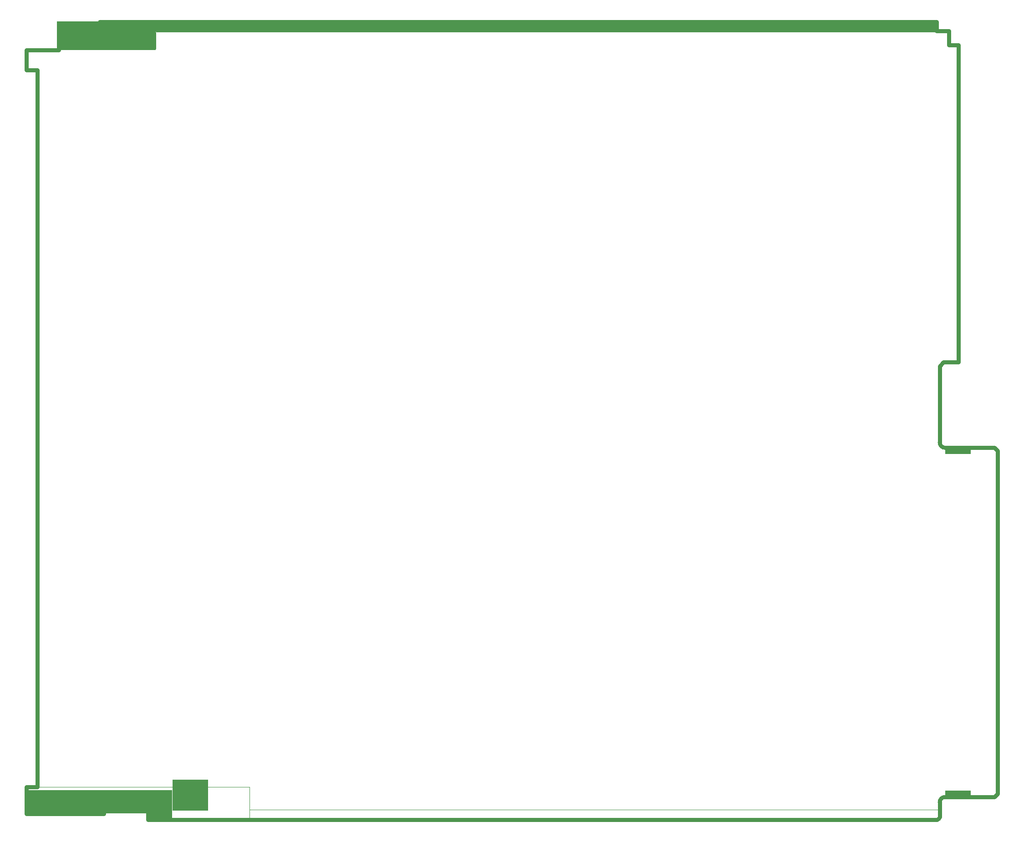
<source format=gko>
%FSLAX44Y44*%
%MOMM*%
G71*
G01*
G75*
G04 Layer_Color=16711935*
%ADD10C,0.2032*%
%ADD11C,0.2540*%
%ADD12C,0.4572*%
%ADD13C,0.4000*%
%ADD14C,0.3048*%
%ADD15C,0.1300*%
%ADD16C,0.1600*%
%ADD17C,0.1016*%
%ADD18C,0.1750*%
%ADD19C,0.1524*%
%ADD20C,0.1750*%
%ADD21C,0.1500*%
%ADD22C,0.3810*%
%ADD23C,0.6350*%
%ADD24C,0.4064*%
%ADD25C,0.5080*%
%ADD26C,0.5000*%
%ADD27C,0.6604*%
%ADD28C,0.1727*%
%ADD29C,0.7620*%
%ADD30R,1.2500X1.3500*%
%ADD31R,1.1000X0.9000*%
%ADD32R,1.8000X2.0000*%
%ADD33R,0.7000X0.8000*%
%ADD34R,0.4000X0.4000*%
%ADD35R,1.2700X0.9144*%
%ADD36R,0.9144X0.9144*%
%ADD37O,0.6096X2.0320*%
%ADD38R,0.6500X1.0500*%
%ADD39R,0.9144X1.2700*%
%ADD40R,0.9144X0.9144*%
%ADD41R,0.6500X0.5000*%
%ADD42R,0.8000X1.0000*%
%ADD43R,0.4500X0.4000*%
%ADD44R,1.8000X1.1500*%
%ADD45R,0.4000X0.4500*%
%ADD46R,1.0000X0.9000*%
%ADD47R,0.9000X1.0000*%
%ADD48R,3.1800X2.0300*%
%ADD49R,1.4000X0.7600*%
%ADD50R,0.6000X0.6000*%
%ADD51R,0.6000X0.6000*%
%ADD52R,3.2000X1.4000*%
%ADD53R,0.6200X0.6200*%
%ADD54R,0.9500X1.0000*%
%ADD55R,1.1500X1.8000*%
%ADD56R,1.8000X1.1500*%
%ADD57R,2.3500X2.5000*%
%ADD58R,2.7000X1.1500*%
%ADD59R,1.1500X1.8000*%
%ADD60R,1.1500X2.7000*%
%ADD61C,1.2000*%
%ADD62R,1.7000X2.4000*%
%ADD63R,0.6000X0.6200*%
%ADD64R,0.6200X0.6200*%
%ADD65R,1.3000X1.5450*%
%ADD66R,2.1500X1.7000*%
%ADD67R,1.1500X1.4500*%
%ADD68R,1.0000X0.9500*%
%ADD69P,0.8485X4X90.0*%
%ADD70R,2.0000X4.0000*%
G04:AMPARAMS|DCode=71|XSize=0.45mm|YSize=0.4mm|CornerRadius=0mm|HoleSize=0mm|Usage=FLASHONLY|Rotation=315.000|XOffset=0mm|YOffset=0mm|HoleType=Round|Shape=Rectangle|*
%AMROTATEDRECTD71*
4,1,4,-0.3005,0.0177,-0.0177,0.3005,0.3005,-0.0177,0.0177,-0.3005,-0.3005,0.0177,0.0*
%
%ADD71ROTATEDRECTD71*%

%ADD72R,0.9500X0.9500*%
%ADD73P,6.4944X8X202.5*%
%ADD74R,1.7780X2.0320*%
%ADD75R,1.7000X0.4800*%
%ADD76R,1.2000X0.4800*%
%ADD77R,3.1000X0.4800*%
%ADD78R,1.3250X0.4800*%
%ADD79R,1.5750X0.4800*%
%ADD80R,1.0500X1.4000*%
%ADD81R,0.8000X0.6000*%
%ADD82R,1.5000X3.5000*%
%ADD83R,0.6200X0.6000*%
%ADD84R,1.0000X0.8500*%
%ADD85R,0.8500X1.0000*%
%ADD86C,1.0000*%
%ADD87P,1.4142X4X360.0*%
G04:AMPARAMS|DCode=88|XSize=0.45mm|YSize=0.4mm|CornerRadius=0mm|HoleSize=0mm|Usage=FLASHONLY|Rotation=225.000|XOffset=0mm|YOffset=0mm|HoleType=Round|Shape=Rectangle|*
%AMROTATEDRECTD88*
4,1,4,0.0177,0.3005,0.3005,0.0177,-0.0177,-0.3005,-0.3005,-0.0177,0.0177,0.3005,0.0*
%
%ADD88ROTATEDRECTD88*%

G04:AMPARAMS|DCode=89|XSize=0.45mm|YSize=0.4mm|CornerRadius=0mm|HoleSize=0mm|Usage=FLASHONLY|Rotation=80.000|XOffset=0mm|YOffset=0mm|HoleType=Round|Shape=Rectangle|*
%AMROTATEDRECTD89*
4,1,4,0.1579,-0.2563,-0.2360,-0.1868,-0.1579,0.2563,0.2360,0.1868,0.1579,-0.2563,0.0*
%
%ADD89ROTATEDRECTD89*%

G04:AMPARAMS|DCode=90|XSize=0.45mm|YSize=0.4mm|CornerRadius=0mm|HoleSize=0mm|Usage=FLASHONLY|Rotation=290.000|XOffset=0mm|YOffset=0mm|HoleType=Round|Shape=Rectangle|*
%AMROTATEDRECTD90*
4,1,4,-0.2649,0.1430,0.1110,0.2798,0.2649,-0.1430,-0.1110,-0.2798,-0.2649,0.1430,0.0*
%
%ADD90ROTATEDRECTD90*%

%ADD91R,1.9000X1.3000*%
G04:AMPARAMS|DCode=92|XSize=1mm|YSize=0.95mm|CornerRadius=0mm|HoleSize=0mm|Usage=FLASHONLY|Rotation=135.000|XOffset=0mm|YOffset=0mm|HoleType=Round|Shape=Rectangle|*
%AMROTATEDRECTD92*
4,1,4,0.6894,-0.0177,0.0177,-0.6894,-0.6894,0.0177,-0.0177,0.6894,0.6894,-0.0177,0.0*
%
%ADD92ROTATEDRECTD92*%

%ADD93R,0.9500X1.0000*%
%ADD94R,2.0300X3.1800*%
%ADD95R,0.7600X1.4000*%
%ADD96P,0.8485X4X360.0*%
G04:AMPARAMS|DCode=97|XSize=0.95mm|YSize=1mm|CornerRadius=0mm|HoleSize=0mm|Usage=FLASHONLY|Rotation=315.000|XOffset=0mm|YOffset=0mm|HoleType=Round|Shape=Rectangle|*
%AMROTATEDRECTD97*
4,1,4,-0.6894,-0.0177,0.0177,0.6894,0.6894,0.0177,-0.0177,-0.6894,-0.6894,-0.0177,0.0*
%
%ADD97ROTATEDRECTD97*%

%ADD98R,0.6000X0.8000*%
G04:AMPARAMS|DCode=99|XSize=0.95mm|YSize=1mm|CornerRadius=0mm|HoleSize=0mm|Usage=FLASHONLY|Rotation=225.000|XOffset=0mm|YOffset=0mm|HoleType=Round|Shape=Rectangle|*
%AMROTATEDRECTD99*
4,1,4,-0.0177,0.6894,0.6894,-0.0177,0.0177,-0.6894,-0.6894,0.0177,-0.0177,0.6894,0.0*
%
%ADD99ROTATEDRECTD99*%

%ADD100C,0.5000*%
%ADD101R,1.5000X1.5000*%
%ADD102R,1.5000X1.5000*%
%ADD103P,2.1213X4X180.0*%
%ADD104R,2.0000X0.6000*%
%ADD105R,4.8000X6.4000*%
%ADD106R,0.5500X1.0000*%
%ADD107R,1.4500X1.1500*%
%ADD108R,0.3000X1.5000*%
%ADD109R,1.5000X0.3000*%
%ADD110O,1.5000X0.3000*%
%ADD111R,0.4500X1.5000*%
%ADD112R,1.1000X0.6000*%
%ADD113O,0.9000X0.3000*%
%ADD114O,0.3000X0.9000*%
%ADD115R,3.5500X3.5500*%
%ADD116R,1.0160X0.2500*%
%ADD117R,0.2500X1.0160*%
%ADD118O,0.2500X1.0160*%
%ADD119R,1.0500X0.6000*%
%ADD120O,2.0320X0.6096*%
%ADD121R,6.5000X6.5000*%
%ADD122O,0.3000X1.5000*%
%ADD123R,4.8000X5.1600*%
G04:AMPARAMS|DCode=124|XSize=0.6mm|YSize=1.55mm|CornerRadius=0mm|HoleSize=0mm|Usage=FLASHONLY|Rotation=225.000|XOffset=0mm|YOffset=0mm|HoleType=Round|Shape=Rectangle|*
%AMROTATEDRECTD124*
4,1,4,-0.3359,0.7601,0.7601,-0.3359,0.3359,-0.7601,-0.7601,0.3359,-0.3359,0.7601,0.0*
%
%ADD124ROTATEDRECTD124*%

%ADD125O,1.5000X0.2700*%
%ADD126R,1.5000X0.2700*%
%ADD127R,0.7000X0.2500*%
%ADD128R,0.2500X0.7000*%
%ADD129R,4.2000X4.2000*%
%ADD130O,1.0000X0.3000*%
%ADD131R,1.0000X0.3000*%
%ADD132R,0.6000X1.0500*%
%ADD133R,1.5000X0.4500*%
%ADD134R,0.4500X0.3000*%
%ADD135O,1.5500X0.4500*%
%ADD136R,2.3000X4.3000*%
%ADD137O,0.3000X0.8000*%
%ADD138O,0.8000X0.3000*%
%ADD139R,0.3000X0.8500*%
%ADD140R,2.5000X1.7500*%
%ADD141R,1.7780X0.4064*%
%ADD142R,1.3000X1.0000*%
%ADD143R,1.3000X0.6000*%
%ADD144O,1.0500X0.3000*%
%ADD145O,0.3000X1.0500*%
%ADD146R,3.3500X3.3500*%
%ADD147R,1.6000X3.4000*%
%ADD148R,3.4000X1.6000*%
%ADD149R,0.3000X1.0000*%
%ADD150R,0.7620X0.7620*%
%ADD151R,0.7620X0.7620*%
%ADD152C,0.1270*%
%ADD153C,1.0000*%
%ADD154C,0.3556*%
%ADD155C,0.1778*%
%ADD156R,0.2500X1.1500*%
%ADD157C,2.0000*%
%ADD158C,5.0000*%
%ADD159C,1.5000*%
%ADD160C,1.8000*%
%ADD161C,0.8000*%
%ADD162O,2.7000X1.7000*%
%ADD163O,1.5000X1.0000*%
%ADD164C,0.6000*%
%ADD165C,2.1000*%
%ADD166C,6.0000*%
%ADD167C,3.2000*%
%ADD168O,11.0000X2.0000*%
%ADD169C,0.4000*%
%ADD170C,0.4500*%
%ADD171C,0.4572*%
%ADD172C,1.0160*%
G04:AMPARAMS|DCode=173|XSize=2.8mm|YSize=2.8mm|CornerRadius=0mm|HoleSize=0mm|Usage=FLASHONLY|Rotation=0.000|XOffset=0mm|YOffset=0mm|HoleType=Round|Shape=Relief|Width=0.75mm|Gap=0.25mm|Entries=4|*
%AMTHD173*
7,0,0,2.8000,2.3000,0.7500,45*
%
%ADD173THD173*%
G04:AMPARAMS|DCode=174|XSize=4.2mm|YSize=4.2mm|CornerRadius=0mm|HoleSize=0mm|Usage=FLASHONLY|Rotation=0.000|XOffset=0mm|YOffset=0mm|HoleType=Round|Shape=Relief|Width=0.75mm|Gap=0.25mm|Entries=4|*
%AMTHD174*
7,0,0,4.2000,3.7000,0.7500,45*
%
%ADD174THD174*%
%ADD175C,1.3115*%
G04:AMPARAMS|DCode=176|XSize=2.4mm|YSize=2.4mm|CornerRadius=0mm|HoleSize=0mm|Usage=FLASHONLY|Rotation=0.000|XOffset=0mm|YOffset=0mm|HoleType=Round|Shape=Relief|Width=0.75mm|Gap=0.25mm|Entries=4|*
%AMTHD176*
7,0,0,2.4000,1.9000,0.7500,45*
%
%ADD176THD176*%
%ADD177C,1.2615*%
%ADD178C,1.0615*%
%ADD179C,1.4115*%
G04:AMPARAMS|DCode=180|XSize=2.5mm|YSize=2.5mm|CornerRadius=0mm|HoleSize=0mm|Usage=FLASHONLY|Rotation=0.000|XOffset=0mm|YOffset=0mm|HoleType=Round|Shape=Relief|Width=0.75mm|Gap=0.25mm|Entries=4|*
%AMTHD180*
7,0,0,2.5000,2.0000,0.7500,45*
%
%ADD180THD180*%
%ADD181C,1.7115*%
G04:AMPARAMS|DCode=182|XSize=2mm|YSize=2mm|CornerRadius=0mm|HoleSize=0mm|Usage=FLASHONLY|Rotation=0.000|XOffset=0mm|YOffset=0mm|HoleType=Round|Shape=Relief|Width=0.75mm|Gap=0.25mm|Entries=4|*
%AMTHD182*
7,0,0,2.0000,1.5000,0.7500,45*
%
%ADD182THD182*%
%ADD183C,0.9115*%
%AMTHOVALD184*
21,1,1.2000,2.3000,0,0,180.0*
1,1,2.3000,0.6000,0.0000*
1,1,2.3000,-0.6000,0.0000*
21,0,1.2000,1.8000,0,0,180.0*
1,0,1.8000,0.6000,0.0000*
1,0,1.8000,-0.6000,0.0000*
4,0,4,0.3348,0.2652,1.1480,1.0783,1.6783,0.5480,0.8652,-0.2652,0.3348,0.2652,0.0*
4,0,4,-0.8652,0.2652,-1.6783,-0.5480,-1.1480,-1.0783,-0.3348,-0.2652,-0.8652,0.2652,0.0*
4,0,4,0.8652,0.2652,1.6783,-0.5480,1.1480,-1.0783,0.3348,-0.2652,0.8652,0.2652,0.0*
4,0,4,-0.3348,0.2652,-1.1480,1.0783,-1.6783,0.5480,-0.8652,-0.2652,-0.3348,0.2652,0.0*
%
%ADD184THOVALD184*%

%ADD185C,1.3000*%
%ADD186C,1.1115*%
G04:AMPARAMS|DCode=187|XSize=2.2mm|YSize=2.2mm|CornerRadius=0mm|HoleSize=0mm|Usage=FLASHONLY|Rotation=0.000|XOffset=0mm|YOffset=0mm|HoleType=Round|Shape=Relief|Width=0.75mm|Gap=0.25mm|Entries=4|*
%AMTHD187*
7,0,0,2.2000,1.7000,0.7500,45*
%
%ADD187THD187*%
%ADD188C,1.8115*%
G04:AMPARAMS|DCode=189|XSize=2.9mm|YSize=2.9mm|CornerRadius=0mm|HoleSize=0mm|Usage=FLASHONLY|Rotation=0.000|XOffset=0mm|YOffset=0mm|HoleType=Round|Shape=Relief|Width=0.75mm|Gap=0.25mm|Entries=4|*
%AMTHD189*
7,0,0,2.9000,2.4000,0.7500,45*
%
%ADD189THD189*%
%ADD190C,1.7615*%
%ADD191C,3.5865*%
%AMTHOVALD192*
21,1,9.0000,3.1000,0,0,0.0*
1,1,3.1000,-4.5000,0.0000*
1,1,3.1000,4.5000,0.0000*
21,0,9.0000,2.6000,0,0,0.0*
1,0,2.6000,-4.5000,0.0000*
1,0,2.6000,4.5000,0.0000*
4,0,4,-4.2348,-0.2652,-5.3308,-1.3612,-5.8612,-0.8308,-4.7652,0.2652,-4.2348,-0.2652,0.0*
4,0,4,4.7652,-0.2652,5.8612,0.8308,5.3308,1.3612,4.2348,0.2652,4.7652,-0.2652,0.0*
4,0,4,-4.7652,-0.2652,-5.8612,0.8308,-5.3308,1.3612,-4.2348,0.2652,-4.7652,-0.2652,0.0*
4,0,4,4.2348,-0.2652,5.3308,-1.3612,5.8612,-0.8308,4.7652,0.2652,4.2348,-0.2652,0.0*
%
%ADD192THOVALD192*%

%ADD193C,0.6115*%
%ADD194C,0.8000*%
%ADD195C,0.7131*%
%ADD196C,0.8115*%
%ADD197C,0.6147*%
%ADD198C,0.0800*%
%ADD199C,0.0800*%
%ADD200C,0.0900*%
%ADD201C,0.1250*%
%ADD202C,3.1115*%
%ADD203O,2.4115X1.2115*%
%ADD204O,11.0115X2.0115*%
%ADD205C,0.6615*%
%ADD206C,0.1300*%
%ADD207C,0.1650*%
%ADD208R,2.0000X0.4800*%
%ADD209R,0.9000X0.4800*%
%ADD210R,1.8500X3.4000*%
%ADD211R,1.4000X3.2000*%
%ADD212R,0.9500X0.9500*%
%ADD213R,2.5000X2.3500*%
%ADD214R,2.0000X1.5000*%
%ADD215R,2.7900X2.9200*%
%ADD216R,7.6200X3.1800*%
%ADD217R,1.2500X1.8500*%
%ADD218R,0.9500X0.5500*%
%ADD219P,1.4142X4X270.0*%
%ADD220R,2.5500X2.5500*%
G04:AMPARAMS|DCode=221|XSize=1.1mm|YSize=2.2mm|CornerRadius=0mm|HoleSize=0mm|Usage=FLASHONLY|Rotation=135.000|XOffset=0mm|YOffset=0mm|HoleType=Round|Shape=Rectangle|*
%AMROTATEDRECTD221*
4,1,4,1.1667,0.3889,-0.3889,-1.1667,-1.1667,-0.3889,0.3889,1.1667,1.1667,0.3889,0.0*
%
%ADD221ROTATEDRECTD221*%

G04:AMPARAMS|DCode=222|XSize=1mm|YSize=1.1mm|CornerRadius=0mm|HoleSize=0mm|Usage=FLASHONLY|Rotation=135.000|XOffset=0mm|YOffset=0mm|HoleType=Round|Shape=Rectangle|*
%AMROTATEDRECTD222*
4,1,4,0.7425,0.0354,-0.0354,-0.7425,-0.7425,-0.0354,0.0354,0.7425,0.7425,0.0354,0.0*
%
%ADD222ROTATEDRECTD222*%

%ADD223R,2.2000X1.1000*%
%ADD224R,1.1000X1.0000*%
%ADD225R,3.1500X1.0200*%
%ADD226C,0.3048*%
%ADD227R,1.5000X2.3000*%
%ADD228R,0.7000X0.3500*%
%ADD229C,0.6400*%
%ADD230R,0.6000X1.5500*%
%ADD231O,0.3000X0.9000*%
%ADD232R,5.4800X3.2400*%
%ADD233R,1.5500X0.6000*%
%ADD234R,3.5000X0.9000*%
%ADD235R,2.4000X0.9000*%
%ADD236R,1.0000X1.3000*%
%ADD237R,0.6000X1.3000*%
%ADD238C,0.2500*%
%ADD239C,0.2000*%
%ADD240C,0.6000*%
%ADD241C,0.1000*%
%ADD242C,0.0508*%
%ADD243C,0.1519*%
%ADD244C,0.0762*%
%ADD245R,1.2192X1.1938*%
%ADD246R,0.2500X1.0250*%
%ADD247R,1.2000X1.2000*%
%ADD248R,0.9000X1.0250*%
%ADD249R,0.4500X1.1250*%
%ADD250R,0.4500X1.0500*%
%ADD251R,1.3770X1.4770*%
%ADD252R,1.2270X1.0270*%
%ADD253R,1.9270X2.1270*%
%ADD254R,0.8270X0.9270*%
%ADD255R,0.5270X0.5270*%
%ADD256R,1.3970X1.0414*%
%ADD257R,1.0414X1.0414*%
%ADD258O,0.7366X2.1590*%
%ADD259R,0.7770X1.1770*%
%ADD260R,1.0414X1.3970*%
%ADD261R,1.0414X1.0414*%
%ADD262R,0.7770X0.6270*%
%ADD263R,0.9270X1.1270*%
%ADD264R,0.5770X0.5270*%
%ADD265R,1.9270X1.2770*%
%ADD266R,0.5270X0.5770*%
%ADD267R,1.1270X1.0270*%
%ADD268R,1.0270X1.1270*%
%ADD269R,3.3070X2.1570*%
%ADD270R,1.5270X0.8870*%
%ADD271R,0.7270X0.7270*%
%ADD272R,0.7270X0.7270*%
%ADD273R,3.3270X1.5270*%
%ADD274R,0.7470X0.7470*%
%ADD275R,1.0770X1.1270*%
%ADD276R,1.2770X1.9270*%
%ADD277R,1.9270X1.2770*%
%ADD278R,2.4770X2.6270*%
%ADD279R,2.8270X1.2770*%
%ADD280R,1.2770X1.9270*%
%ADD281R,1.2770X2.8270*%
%ADD282C,1.3270*%
%ADD283R,1.8270X2.5270*%
%ADD284R,0.7270X0.7470*%
%ADD285R,0.7470X0.7470*%
%ADD286R,1.4270X1.6720*%
%ADD287R,2.2770X1.8270*%
%ADD288R,1.2770X1.5770*%
%ADD289R,1.1270X1.0770*%
%ADD290P,1.0281X4X90.0*%
%ADD291R,2.1270X4.1270*%
G04:AMPARAMS|DCode=292|XSize=0.577mm|YSize=0.527mm|CornerRadius=0mm|HoleSize=0mm|Usage=FLASHONLY|Rotation=315.000|XOffset=0mm|YOffset=0mm|HoleType=Round|Shape=Rectangle|*
%AMROTATEDRECTD292*
4,1,4,-0.3903,0.0177,-0.0177,0.3903,0.3903,-0.0177,0.0177,-0.3903,-0.3903,0.0177,0.0*
%
%ADD292ROTATEDRECTD292*%

%ADD293R,1.0770X1.0770*%
%ADD294P,6.6319X8X202.5*%
%ADD295R,1.9050X2.1590*%
%ADD296R,1.8270X0.6070*%
%ADD297R,1.3270X0.6070*%
%ADD298R,3.2270X0.6070*%
%ADD299R,1.4520X0.6070*%
%ADD300R,1.7020X0.6070*%
%ADD301R,1.1770X1.5270*%
%ADD302R,0.9270X0.7270*%
%ADD303R,1.6270X3.6270*%
%ADD304R,0.7470X0.7270*%
%ADD305R,1.1270X0.9770*%
%ADD306R,0.9770X1.1270*%
%ADD307C,2.0000*%
G04:AMPARAMS|DCode=308|XSize=0.577mm|YSize=0.527mm|CornerRadius=0mm|HoleSize=0mm|Usage=FLASHONLY|Rotation=225.000|XOffset=0mm|YOffset=0mm|HoleType=Round|Shape=Rectangle|*
%AMROTATEDRECTD308*
4,1,4,0.0177,0.3903,0.3903,0.0177,-0.0177,-0.3903,-0.3903,-0.0177,0.0177,0.3903,0.0*
%
%ADD308ROTATEDRECTD308*%

G04:AMPARAMS|DCode=309|XSize=0.577mm|YSize=0.527mm|CornerRadius=0mm|HoleSize=0mm|Usage=FLASHONLY|Rotation=80.000|XOffset=0mm|YOffset=0mm|HoleType=Round|Shape=Rectangle|*
%AMROTATEDRECTD309*
4,1,4,0.2094,-0.3299,-0.3096,-0.2384,-0.2094,0.3299,0.3096,0.2384,0.2094,-0.3299,0.0*
%
%ADD309ROTATEDRECTD309*%

G04:AMPARAMS|DCode=310|XSize=0.577mm|YSize=0.527mm|CornerRadius=0mm|HoleSize=0mm|Usage=FLASHONLY|Rotation=290.000|XOffset=0mm|YOffset=0mm|HoleType=Round|Shape=Rectangle|*
%AMROTATEDRECTD310*
4,1,4,-0.3463,0.1810,0.1489,0.3612,0.3463,-0.1810,-0.1489,-0.3612,-0.3463,0.1810,0.0*
%
%ADD310ROTATEDRECTD310*%

%ADD311R,2.0270X1.4270*%
G04:AMPARAMS|DCode=312|XSize=1.127mm|YSize=1.077mm|CornerRadius=0mm|HoleSize=0mm|Usage=FLASHONLY|Rotation=135.000|XOffset=0mm|YOffset=0mm|HoleType=Round|Shape=Rectangle|*
%AMROTATEDRECTD312*
4,1,4,0.7792,-0.0177,0.0177,-0.7792,-0.7792,0.0177,-0.0177,0.7792,0.7792,-0.0177,0.0*
%
%ADD312ROTATEDRECTD312*%

%ADD313R,1.0770X1.1270*%
%ADD314R,2.1570X3.3070*%
%ADD315R,0.8870X1.5270*%
%ADD316P,1.0281X4X360.0*%
G04:AMPARAMS|DCode=317|XSize=1.077mm|YSize=1.127mm|CornerRadius=0mm|HoleSize=0mm|Usage=FLASHONLY|Rotation=315.000|XOffset=0mm|YOffset=0mm|HoleType=Round|Shape=Rectangle|*
%AMROTATEDRECTD317*
4,1,4,-0.7792,-0.0177,0.0177,0.7792,0.7792,0.0177,-0.0177,-0.7792,-0.7792,-0.0177,0.0*
%
%ADD317ROTATEDRECTD317*%

%ADD318R,0.7270X0.9270*%
G04:AMPARAMS|DCode=319|XSize=1.077mm|YSize=1.127mm|CornerRadius=0mm|HoleSize=0mm|Usage=FLASHONLY|Rotation=225.000|XOffset=0mm|YOffset=0mm|HoleType=Round|Shape=Rectangle|*
%AMROTATEDRECTD319*
4,1,4,-0.0177,0.7792,0.7792,-0.0177,0.0177,-0.7792,-0.7792,0.0177,-0.0177,0.7792,0.0*
%
%ADD319ROTATEDRECTD319*%

%ADD320C,0.6270*%
%ADD321R,1.6270X1.6270*%
%ADD322R,1.6270X1.6270*%
%ADD323P,2.3009X4X180.0*%
%ADD324R,2.1270X0.7270*%
%ADD325R,4.9270X6.5270*%
%ADD326R,0.6770X1.1270*%
%ADD327R,1.5770X1.2770*%
%ADD328R,0.4270X1.6270*%
%ADD329R,1.6270X0.4270*%
%ADD330O,1.6270X0.4270*%
%ADD331R,0.5770X1.6270*%
%ADD332R,1.2270X0.7270*%
%ADD333O,1.0270X0.4270*%
%ADD334O,0.4270X1.0270*%
%ADD335R,3.6770X3.6770*%
%ADD336R,1.1430X0.3770*%
%ADD337R,0.3770X1.1430*%
%ADD338O,0.3770X1.1430*%
%ADD339R,1.1770X0.7270*%
%ADD340O,2.1590X0.7366*%
%ADD341R,6.6270X6.6270*%
%ADD342O,0.4270X1.6270*%
%ADD343R,4.9270X5.2870*%
G04:AMPARAMS|DCode=344|XSize=0.727mm|YSize=1.677mm|CornerRadius=0mm|HoleSize=0mm|Usage=FLASHONLY|Rotation=225.000|XOffset=0mm|YOffset=0mm|HoleType=Round|Shape=Rectangle|*
%AMROTATEDRECTD344*
4,1,4,-0.3359,0.8499,0.8499,-0.3359,0.3359,-0.8499,-0.8499,0.3359,-0.3359,0.8499,0.0*
%
%ADD344ROTATEDRECTD344*%

%ADD345O,1.6270X0.3970*%
%ADD346R,1.6270X0.3970*%
%ADD347R,0.8270X0.3770*%
%ADD348R,0.3770X0.8270*%
%ADD349R,4.3270X4.3270*%
%ADD350O,1.1270X0.4270*%
%ADD351R,1.1270X0.4270*%
%ADD352R,0.7270X1.1770*%
%ADD353R,1.6270X0.5770*%
%ADD354R,0.5770X0.4270*%
%ADD355O,1.6770X0.5770*%
%ADD356R,2.4270X4.4270*%
%ADD357O,0.4270X0.9270*%
%ADD358O,0.9270X0.4270*%
%ADD359R,0.4270X0.9770*%
%ADD360R,2.6270X1.8770*%
%ADD361R,1.9050X0.5334*%
%ADD362R,1.4270X1.1270*%
%ADD363R,1.4270X0.7270*%
%ADD364O,1.1770X0.4270*%
%ADD365O,0.4270X1.1770*%
%ADD366R,3.4770X3.4770*%
%ADD367R,1.7270X3.5270*%
%ADD368R,3.5270X1.7270*%
%ADD369R,0.4270X1.1270*%
%ADD370R,0.8890X0.8890*%
%ADD371R,0.8890X0.8890*%
%ADD372C,2.1270*%
%ADD373C,5.1270*%
%ADD374C,1.6270*%
%ADD375C,0.8500*%
%ADD376C,0.6500*%
%ADD377C,1.9270*%
%ADD378C,1.6000*%
%ADD379C,0.9270*%
%ADD380O,2.8270X1.8270*%
%ADD381O,1.6270X1.1270*%
%ADD382C,0.7270*%
%ADD383C,2.2270*%
%ADD384C,6.1270*%
%ADD385C,3.3270*%
%ADD386O,11.1270X2.1270*%
%ADD387R,2.1270X0.6070*%
%ADD388R,1.0270X0.6070*%
%ADD389R,1.9770X3.5270*%
%ADD390R,1.5270X3.3270*%
%ADD391R,1.0770X1.0770*%
%ADD392R,2.6270X2.4770*%
%ADD393R,2.1270X1.6270*%
%ADD394R,2.9170X3.0470*%
%ADD395R,7.7470X3.3070*%
%ADD396R,1.3770X1.9770*%
%ADD397R,1.0770X0.6770*%
%ADD398O,0.4400X1.0400*%
%ADD399O,1.0400X0.4400*%
%ADD400R,2.6900X2.6900*%
G04:AMPARAMS|DCode=401|XSize=1.227mm|YSize=2.327mm|CornerRadius=0mm|HoleSize=0mm|Usage=FLASHONLY|Rotation=135.000|XOffset=0mm|YOffset=0mm|HoleType=Round|Shape=Rectangle|*
%AMROTATEDRECTD401*
4,1,4,1.2565,0.3889,-0.3889,-1.2565,-1.2565,-0.3889,0.3889,1.2565,1.2565,0.3889,0.0*
%
%ADD401ROTATEDRECTD401*%

G04:AMPARAMS|DCode=402|XSize=1.127mm|YSize=1.227mm|CornerRadius=0mm|HoleSize=0mm|Usage=FLASHONLY|Rotation=135.000|XOffset=0mm|YOffset=0mm|HoleType=Round|Shape=Rectangle|*
%AMROTATEDRECTD402*
4,1,4,0.8323,0.0354,-0.0354,-0.8323,-0.8323,-0.0354,0.0354,0.8323,0.8323,0.0354,0.0*
%
%ADD402ROTATEDRECTD402*%

%ADD403R,2.3270X1.2270*%
%ADD404R,1.2270X1.1270*%
%ADD405R,3.2770X1.1470*%
%ADD406C,0.4318*%
%ADD407C,1.1270*%
%ADD408R,1.6270X2.4270*%
%ADD409R,0.8270X0.4770*%
%ADD410C,0.7670*%
%ADD411R,0.7270X1.6770*%
%ADD412O,0.4270X1.0270*%
%ADD413R,5.6070X3.3670*%
%ADD414R,1.6770X0.7270*%
%ADD415R,3.6270X1.0270*%
%ADD416R,2.5270X1.0270*%
%ADD417R,1.1270X1.4270*%
%ADD418R,0.7270X1.4270*%
%ADD419R,1.5000X1.3500*%
%ADD420C,0.1200*%
%ADD421R,2.0000X1.2500*%
%ADD422R,1.2000X4.9750*%
%ADD423R,1.2000X5.3500*%
%ADD424C,0.0500*%
%ADD425C,0.7000*%
%ADD426C,1.0500*%
%ADD427C,0.0750*%
%ADD428R,1.0088X4.6000*%
%ADD429R,4.6000X1.0088*%
%ADD430C,0.8000*%
%ADD431R,4.7500X1.2000*%
%ADD432R,6.7000X5.7500*%
%ADD433R,4.8000X1.2000*%
G36*
X233500Y-32500D02*
X188500D01*
Y-16500D01*
X106100D01*
Y-21500D01*
X-37500D01*
Y22500D01*
X233500D01*
Y-32500D01*
D02*
G37*
G36*
X1655158Y1453382D02*
Y1434132D01*
X202408D01*
Y1433592D01*
X202658Y1433342D01*
Y1400632D01*
X18908D01*
X18658Y1400882D01*
Y1453632D01*
X1654908D01*
X1655158Y1453382D01*
D02*
G37*
D241*
X377500Y-13750D02*
X1660500D01*
X22500Y1400500D02*
X24500Y1402500D01*
X202500Y1433500D02*
X203250Y1434250D01*
X1654500D01*
X377500Y-33250D02*
Y28250D01*
X-37500D02*
X294614D01*
X377500D01*
X24500Y1402500D02*
X152598D01*
X202500Y1414832D02*
Y1433500D01*
Y1402500D02*
Y1414832D01*
X152598Y1402500D02*
X187168D01*
X202500D01*
D430*
X1670500Y10000D02*
G03*
X1660500Y-0I0J-10000D01*
G01*
Y670000D02*
G03*
X1670500Y660000I10000J0D01*
G01*
X1655500Y-32500D02*
G03*
X1660500Y-27500I0J5000D01*
G01*
X-37500Y-21500D02*
Y28250D01*
X-17500Y663651D02*
Y1362901D01*
Y660401D02*
Y663651D01*
Y28250D02*
Y660401D01*
X-37500Y28250D02*
X-17500D01*
X98500Y1452500D02*
X1654500D01*
X1660500Y697500D02*
Y698000D01*
X98500Y1442500D02*
Y1452500D01*
X22500Y1442500D02*
X98500D01*
X22500Y1400500D02*
Y1442500D01*
X-37500Y1400500D02*
X22500D01*
X1660500Y670000D02*
Y697500D01*
X1670500Y660000D02*
X1762500D01*
X1768500Y16000D02*
Y654000D01*
X1670500Y10000D02*
X1762500D01*
X1660500Y-27500D02*
Y0D01*
X188500Y-32500D02*
X1655500D01*
X106100Y-16500D02*
X188500D01*
X-37500Y-21500D02*
X106100D01*
Y-16500D01*
X188500Y-32500D02*
Y-16500D01*
X1762500Y10000D02*
X1768500Y16000D01*
Y654000D02*
Y654000D01*
X1762500Y660000D02*
X1768500Y654000D01*
X1668500Y819000D02*
X1695500D01*
X1660500Y697500D02*
Y812000D01*
X1695500Y819000D02*
Y1409382D01*
X1654500Y1435382D02*
Y1452500D01*
X1667500Y819000D02*
X1668500D01*
X1660500Y812000D02*
X1667500Y819000D01*
X1654658Y1435382D02*
X1677408D01*
X1654500Y1435540D02*
X1654658Y1435382D01*
X1677408Y1409382D02*
Y1435382D01*
Y1409382D02*
X1695500D01*
X-37500Y1362901D02*
Y1400500D01*
Y1362901D02*
X-17500D01*
D431*
X1694250Y654000D02*
D03*
D432*
X267000Y13250D02*
D03*
D433*
X1694500Y16000D02*
D03*
M02*

</source>
